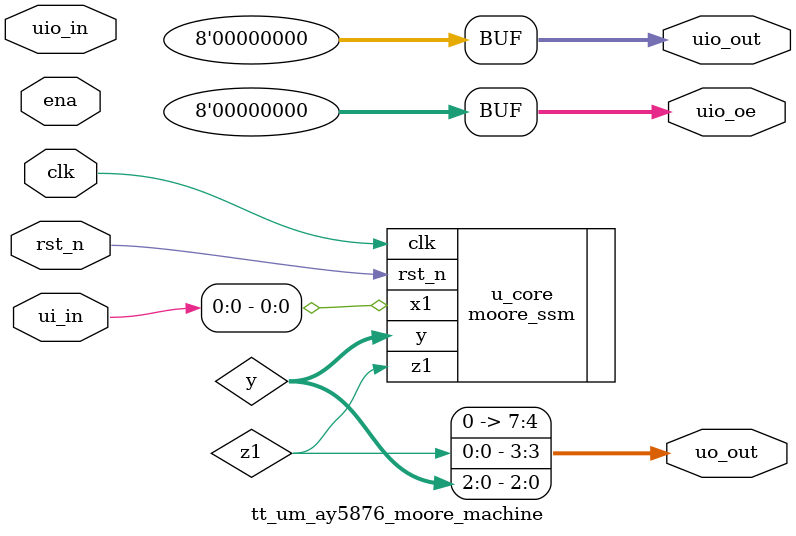
<source format=v>
`default_nettype none

module tt_um_ay5876_moore_machine (
    input  wire [7:0] ui_in,
    output wire [7:0] uo_out,
    input  wire [7:0] uio_in,
    output wire [7:0] uio_out,
    output wire [7:0] uio_oe,
    input  wire       ena,
    input  wire       clk,
    input  wire       rst_n
);

    // Use a normal descending range (no [1:3])
    wire [2:0] y;
    wire       z1;

    // Instantiate your Moore core (NOT the top module)
    moore_ssm u_core (
        .clk   (clk),
        .rst_n (rst_n),
        .x1    (ui_in[0]),
        .y     (y),
        .z1    (z1)
    );

    // Output mapping
    assign uo_out[0] = y[0];
    assign uo_out[1] = y[1];
    assign uo_out[2] = y[2];
    assign uo_out[3] = z1;
    assign uo_out[7:4] = 4'b0000;

    // Unused bidir pins
    assign uio_out = 8'b0;
    assign uio_oe  = 8'b0;

    // 'ena' can be unused (allowed). If you want:
    // wire _unused = ena | uio_in[0];

endmodule

</source>
